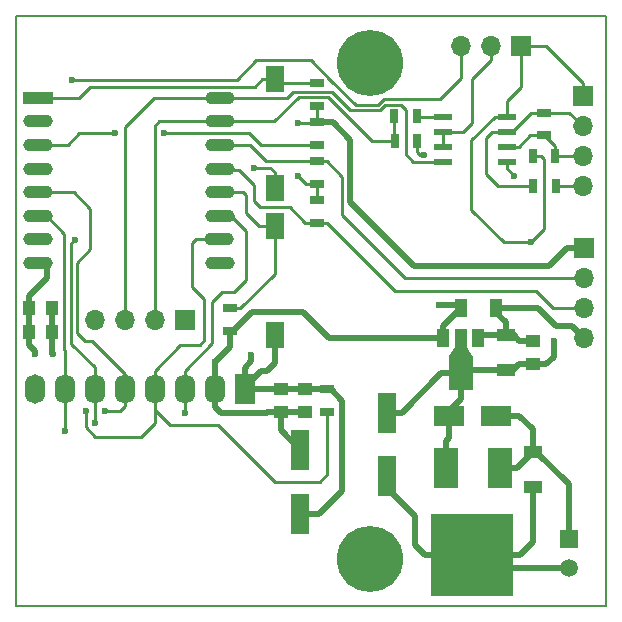
<source format=gtl>
G04 #@! TF.FileFunction,Copper,L1,Top,Mixed*
%FSLAX46Y46*%
G04 Gerber Fmt 4.6, Leading zero omitted, Abs format (unit mm)*
G04 Created by KiCad (PCBNEW 4.0.2-stable) date 5/30/2017 4:55:57 PM*
%MOMM*%
G01*
G04 APERTURE LIST*
%ADD10C,0.100000*%
%ADD11C,0.150000*%
%ADD12R,1.727200X2.500000*%
%ADD13O,1.727200X2.500000*%
%ADD14R,0.700000X1.300000*%
%ADD15R,1.600000X2.180000*%
%ADD16R,1.000000X1.250000*%
%ADD17R,1.250000X1.000000*%
%ADD18R,1.600000X1.000000*%
%ADD19R,1.000000X1.600000*%
%ADD20R,1.500000X1.500000*%
%ADD21C,1.500000*%
%ADD22R,1.300000X0.700000*%
%ADD23R,2.500000X1.100000*%
%ADD24O,2.500000X1.100000*%
%ADD25R,2.000000X3.500000*%
%ADD26R,7.000000X7.000000*%
%ADD27R,1.000000X1.500000*%
%ADD28R,2.000000X3.000000*%
%ADD29R,2.500000X1.800000*%
%ADD30R,1.700000X1.700000*%
%ADD31O,1.700000X1.700000*%
%ADD32R,1.550000X0.600000*%
%ADD33C,5.600000*%
%ADD34R,1.600000X3.500000*%
%ADD35C,0.600000*%
%ADD36C,0.500000*%
%ADD37C,0.250000*%
G04 APERTURE END LIST*
D10*
D11*
X100000000Y-100000000D02*
X100000000Y-150000000D01*
X150000000Y-100000000D02*
X100000000Y-100000000D01*
X150000000Y-150000000D02*
X150000000Y-100000000D01*
X100000000Y-150000000D02*
X150000000Y-150000000D01*
D12*
X119380000Y-131572000D03*
D13*
X116840000Y-131572000D03*
X114300000Y-131572000D03*
X111760000Y-131572000D03*
X109220000Y-131572000D03*
X106680000Y-131572000D03*
X104140000Y-131572000D03*
X101600000Y-131572000D03*
D14*
X143830000Y-114452400D03*
X145730000Y-114452400D03*
D15*
X121920000Y-105392000D03*
X121920000Y-114572000D03*
D16*
X101108000Y-126746000D03*
X103108000Y-126746000D03*
X101108000Y-124714000D03*
X103108000Y-124714000D03*
D17*
X122428000Y-133588000D03*
X122428000Y-131588000D03*
X124460000Y-133588000D03*
X124460000Y-131588000D03*
D18*
X143764000Y-136930000D03*
X143764000Y-139930000D03*
D17*
X143764000Y-129524000D03*
X143764000Y-127524000D03*
D18*
X141478000Y-130024000D03*
X141478000Y-127024000D03*
D19*
X137692000Y-124714000D03*
X140692000Y-124714000D03*
D20*
X146812000Y-144272000D03*
D21*
X146812000Y-146772000D03*
D22*
X125476000Y-107630000D03*
X125476000Y-105730000D03*
X118110000Y-126680000D03*
X118110000Y-124780000D03*
X125476000Y-109032000D03*
X125476000Y-110932000D03*
X126365000Y-133538000D03*
X126365000Y-131638000D03*
X125476000Y-115636000D03*
X125476000Y-117536000D03*
X125476000Y-114234000D03*
X125476000Y-112334000D03*
D15*
X121920000Y-117838000D03*
X121920000Y-127018000D03*
D23*
X101916000Y-106934000D03*
D24*
X101916000Y-108934000D03*
X101916000Y-110934000D03*
X101916000Y-112934000D03*
X101916000Y-114934000D03*
X101916000Y-116934000D03*
X101916000Y-118934000D03*
X101916000Y-120934000D03*
X117316000Y-120934000D03*
X117216000Y-118934000D03*
X117316000Y-116934000D03*
X117316000Y-114934000D03*
X117316000Y-112934000D03*
X117316000Y-110934000D03*
X117316000Y-108934000D03*
X117316000Y-106934000D03*
D25*
X140974000Y-138286000D03*
X136394000Y-138286000D03*
D26*
X138674000Y-145686000D03*
D27*
X139168000Y-127298000D03*
X137668000Y-127298000D03*
X136168000Y-127298000D03*
D28*
X137668000Y-130258000D03*
D10*
G36*
X136668000Y-128783000D02*
X137168000Y-128033000D01*
X138168000Y-128033000D01*
X138668000Y-128783000D01*
X136668000Y-128783000D01*
X136668000Y-128783000D01*
G37*
D29*
X140684000Y-133858000D03*
X136684000Y-133858000D03*
D30*
X114300000Y-125730000D03*
D31*
X111760000Y-125730000D03*
X109220000Y-125730000D03*
X106680000Y-125730000D03*
D30*
X148082000Y-119634000D03*
D31*
X148082000Y-122174000D03*
X148082000Y-124714000D03*
X148082000Y-127254000D03*
D30*
X142798800Y-102565200D03*
D31*
X140258800Y-102565200D03*
X137718800Y-102565200D03*
D30*
X148031200Y-106832400D03*
D31*
X148031200Y-109372400D03*
X148031200Y-111912400D03*
X148031200Y-114452400D03*
D14*
X133944400Y-108508800D03*
X132044400Y-108508800D03*
X132095200Y-110642400D03*
X133995200Y-110642400D03*
X143779200Y-111912400D03*
X145679200Y-111912400D03*
D22*
X144729200Y-110119200D03*
X144729200Y-108219200D03*
D32*
X136187200Y-108534200D03*
X136187200Y-109804200D03*
X136187200Y-111074200D03*
X136187200Y-112344200D03*
X141587200Y-112344200D03*
X141587200Y-111074200D03*
X141587200Y-109804200D03*
X141587200Y-108534200D03*
D33*
X130000000Y-146000000D03*
X130000000Y-104000000D03*
D34*
X124079000Y-136746000D03*
X124079000Y-142146000D03*
X131400000Y-133600000D03*
X131400000Y-139000000D03*
D35*
X116890800Y-129336800D03*
X101600000Y-128676400D03*
X123901200Y-109067600D03*
X123901200Y-113559200D03*
X135839200Y-124460000D03*
X135839200Y-121158000D03*
X119938800Y-128727200D03*
X142231000Y-113538000D03*
X134569200Y-111760000D03*
X120142000Y-112877600D03*
X103124000Y-128651000D03*
X143611600Y-119176800D03*
X145542000Y-127508000D03*
X105918000Y-133451600D03*
X107543600Y-133451600D03*
X104140000Y-135128000D03*
X106680000Y-134467600D03*
X104999979Y-118945795D03*
X114300000Y-133654800D03*
X108381800Y-109956600D03*
X112522000Y-109956600D03*
X104749600Y-105410000D03*
D36*
X101600000Y-128363000D02*
X101600000Y-128676400D01*
X101108000Y-126746000D02*
X101108000Y-127871000D01*
X101108000Y-127871000D02*
X101600000Y-128363000D01*
X122428000Y-133588000D02*
X122428000Y-135095000D01*
X122428000Y-135095000D02*
X124079000Y-136746000D01*
X122428000Y-133588000D02*
X121303000Y-133588000D01*
X121303000Y-133588000D02*
X121287000Y-133604000D01*
X121287000Y-133604000D02*
X117348000Y-133604000D01*
X117348000Y-133604000D02*
X116840000Y-133096000D01*
X116840000Y-133096000D02*
X116840000Y-131572000D01*
X124460000Y-133588000D02*
X122428000Y-133588000D01*
X145186400Y-121158000D02*
X146710400Y-119634000D01*
X146710400Y-119634000D02*
X148082000Y-119634000D01*
X135839200Y-121158000D02*
X145186400Y-121158000D01*
X128320800Y-110490000D02*
X126862800Y-109032000D01*
X126862800Y-109032000D02*
X125476000Y-109032000D01*
X128320800Y-115773200D02*
X128320800Y-110490000D01*
X133705600Y-121158000D02*
X128320800Y-115773200D01*
X135839200Y-121158000D02*
X133705600Y-121158000D01*
D37*
X123901200Y-109067600D02*
X125440400Y-109067600D01*
X125440400Y-109067600D02*
X125476000Y-109032000D01*
X125476000Y-114234000D02*
X124576000Y-114234000D01*
X124576000Y-114234000D02*
X123901200Y-113559200D01*
D36*
X125476000Y-109032000D02*
X125776000Y-109032000D01*
X135839200Y-124460000D02*
X137438000Y-124460000D01*
X137438000Y-124460000D02*
X137692000Y-124714000D01*
X101092000Y-123723400D02*
X102616000Y-122199400D01*
X102616000Y-122199400D02*
X102616000Y-120934000D01*
X101092000Y-124573000D02*
X101092000Y-123723400D01*
X101108000Y-124714000D02*
X101108000Y-124589000D01*
X101108000Y-124589000D02*
X101092000Y-124573000D01*
X101108000Y-124714000D02*
X101108000Y-126746000D01*
X116840000Y-131572000D02*
X116840000Y-129336800D01*
X116840000Y-129336800D02*
X118110000Y-128066800D01*
X118110000Y-128066800D02*
X118110000Y-126680000D01*
X124358400Y-125120400D02*
X119969600Y-125120400D01*
X119969600Y-125120400D02*
X118410000Y-126680000D01*
X118410000Y-126680000D02*
X118110000Y-126680000D01*
X126536000Y-127298000D02*
X124358400Y-125120400D01*
X136168000Y-127298000D02*
X126536000Y-127298000D01*
D37*
X125476000Y-109032000D02*
X125476000Y-107630000D01*
X125476000Y-115636000D02*
X125476000Y-114234000D01*
D36*
X136168000Y-127298000D02*
X136168000Y-126238000D01*
X136168000Y-126238000D02*
X137692000Y-124714000D01*
X119938800Y-129263200D02*
X119938800Y-128727200D01*
X119380000Y-131572000D02*
X119380000Y-129822000D01*
X119380000Y-129822000D02*
X119938800Y-129263200D01*
X133800000Y-142350000D02*
X133800000Y-144812000D01*
X133800000Y-144812000D02*
X134674000Y-145686000D01*
X134674000Y-145686000D02*
X138674000Y-145686000D01*
X131400000Y-139000000D02*
X131400000Y-139950000D01*
X131400000Y-139950000D02*
X133800000Y-142350000D01*
X127635000Y-140208000D02*
X125697000Y-142146000D01*
X125697000Y-142146000D02*
X124079000Y-142146000D01*
X127635000Y-132608000D02*
X127635000Y-140208000D01*
X126365000Y-131638000D02*
X126665000Y-131638000D01*
X126665000Y-131638000D02*
X127635000Y-132608000D01*
X121285000Y-130048000D02*
X121920000Y-129413000D01*
X121920000Y-129413000D02*
X121920000Y-127018000D01*
X120751600Y-130048000D02*
X121285000Y-130048000D01*
X119380000Y-131572000D02*
X119380000Y-131419600D01*
X119380000Y-131419600D02*
X120751600Y-130048000D01*
X122428000Y-131588000D02*
X119396000Y-131588000D01*
X119396000Y-131588000D02*
X119380000Y-131572000D01*
X124460000Y-131588000D02*
X122428000Y-131588000D01*
X126365000Y-131638000D02*
X124510000Y-131638000D01*
X124510000Y-131638000D02*
X124460000Y-131588000D01*
X145745200Y-126238000D02*
X144221200Y-124714000D01*
X144221200Y-124714000D02*
X140692000Y-124714000D01*
X147066000Y-126238000D02*
X145745200Y-126238000D01*
X148082000Y-127254000D02*
X147066000Y-126238000D01*
X140692000Y-125147200D02*
X141478000Y-125933200D01*
X141478000Y-125933200D02*
X141478000Y-127024000D01*
X140692000Y-124714000D02*
X140692000Y-125147200D01*
D37*
X141587200Y-112344200D02*
X141587200Y-112894200D01*
X141587200Y-112894200D02*
X142231000Y-113538000D01*
X134212800Y-111760000D02*
X134569200Y-111760000D01*
X133995200Y-110642400D02*
X133995200Y-111542400D01*
X133995200Y-111542400D02*
X134212800Y-111760000D01*
X145730000Y-114452400D02*
X148031200Y-114452400D01*
X121565600Y-112877600D02*
X120142000Y-112877600D01*
X121920000Y-114572000D02*
X121920000Y-113232000D01*
X121920000Y-113232000D02*
X121565600Y-112877600D01*
D36*
X103108000Y-126746000D02*
X103108000Y-128635000D01*
X103108000Y-128635000D02*
X103124000Y-128651000D01*
X146812000Y-146772000D02*
X139760000Y-146772000D01*
X139760000Y-146772000D02*
X138674000Y-145686000D01*
X119364000Y-131588000D02*
X119380000Y-131572000D01*
X103108000Y-126746000D02*
X103108000Y-124714000D01*
X147812000Y-127524000D02*
X148082000Y-127254000D01*
X142264000Y-127024000D02*
X142264000Y-127149000D01*
X142264000Y-127149000D02*
X142639000Y-127524000D01*
X142639000Y-127524000D02*
X143764000Y-127524000D01*
X141478000Y-127024000D02*
X142264000Y-127024000D01*
X141478000Y-127024000D02*
X139442000Y-127024000D01*
X139442000Y-127024000D02*
X139168000Y-127298000D01*
X138674000Y-145686000D02*
X142674000Y-145686000D01*
X142674000Y-145686000D02*
X143764000Y-144596000D01*
X143764000Y-144596000D02*
X143764000Y-140930000D01*
X143764000Y-140930000D02*
X143764000Y-139930000D01*
X146812000Y-144272000D02*
X146812000Y-139678000D01*
X146812000Y-139678000D02*
X144064000Y-136930000D01*
X144064000Y-136930000D02*
X143764000Y-136930000D01*
X140974000Y-138286000D02*
X142408000Y-138286000D01*
X142408000Y-138286000D02*
X143764000Y-136930000D01*
X142621000Y-133858000D02*
X143764000Y-135001000D01*
X143764000Y-135001000D02*
X143764000Y-136930000D01*
X140684000Y-133858000D02*
X142621000Y-133858000D01*
X131400000Y-133600000D02*
X132700000Y-133600000D01*
X136042000Y-130258000D02*
X137668000Y-130258000D01*
X132700000Y-133600000D02*
X136042000Y-130258000D01*
D37*
X141325600Y-119176800D02*
X143611600Y-119176800D01*
X138582400Y-116433600D02*
X141325600Y-119176800D01*
X138582400Y-110514000D02*
X138582400Y-116433600D01*
X141587200Y-108534200D02*
X140562200Y-108534200D01*
X140562200Y-108534200D02*
X138582400Y-110514000D01*
X143611600Y-119176800D02*
X144729200Y-118059200D01*
X144729200Y-118059200D02*
X144729200Y-112166400D01*
X144729200Y-112166400D02*
X144475200Y-111912400D01*
X144475200Y-111912400D02*
X143779200Y-111912400D01*
D36*
X145542000Y-128871000D02*
X145542000Y-127508000D01*
X143764000Y-129524000D02*
X144889000Y-129524000D01*
X144889000Y-129524000D02*
X145542000Y-128871000D01*
D37*
X148031200Y-106832400D02*
X148031200Y-105732400D01*
X148031200Y-105732400D02*
X144864000Y-102565200D01*
X144864000Y-102565200D02*
X143898800Y-102565200D01*
X143898800Y-102565200D02*
X142798800Y-102565200D01*
X141587200Y-107231200D02*
X142798800Y-106019600D01*
X142798800Y-106019600D02*
X142798800Y-102565200D01*
X141587200Y-108534200D02*
X141587200Y-107231200D01*
D36*
X137668000Y-127298000D02*
X137668000Y-128408000D01*
X137668000Y-130258000D02*
X137668000Y-127298000D01*
X141478000Y-130024000D02*
X137902000Y-130024000D01*
X137902000Y-130024000D02*
X137668000Y-130258000D01*
X136684000Y-133858000D02*
X136684000Y-133445000D01*
X136684000Y-133445000D02*
X137668000Y-132461000D01*
X136394000Y-138286000D02*
X136394000Y-136036000D01*
X136394000Y-136036000D02*
X136684000Y-135746000D01*
X136684000Y-135746000D02*
X136684000Y-133858000D01*
X142137000Y-130024000D02*
X142637000Y-129524000D01*
X142637000Y-129524000D02*
X143764000Y-129524000D01*
X141478000Y-130024000D02*
X142137000Y-130024000D01*
X137668000Y-132461000D02*
X137668000Y-130258000D01*
D37*
X105384600Y-106934000D02*
X102616000Y-106934000D01*
X106324400Y-105994200D02*
X105384600Y-106934000D01*
X120267800Y-105994200D02*
X106324400Y-105994200D01*
X121920000Y-105392000D02*
X120870000Y-105392000D01*
X120870000Y-105392000D02*
X120267800Y-105994200D01*
X125476000Y-105730000D02*
X122258000Y-105730000D01*
X122258000Y-105730000D02*
X121920000Y-105392000D01*
X118110000Y-124780000D02*
X117810000Y-124780000D01*
X118110000Y-124780000D02*
X119010000Y-124780000D01*
X119010000Y-124780000D02*
X121920000Y-121870000D01*
X121920000Y-121870000D02*
X121920000Y-119178000D01*
X121920000Y-119178000D02*
X121920000Y-117838000D01*
X119507000Y-116713000D02*
X120632000Y-117838000D01*
X120632000Y-117838000D02*
X121920000Y-117838000D01*
X119507000Y-115189000D02*
X119507000Y-116713000D01*
X119252000Y-114934000D02*
X119507000Y-115189000D01*
X116616000Y-114934000D02*
X119252000Y-114934000D01*
X105918000Y-134823200D02*
X105918000Y-133451600D01*
X106730800Y-135636000D02*
X105918000Y-134823200D01*
X110591600Y-135636000D02*
X106730800Y-135636000D01*
X111760000Y-134467600D02*
X110591600Y-135636000D01*
X111760000Y-131572000D02*
X111760000Y-134467600D01*
X126365000Y-133538000D02*
X126365000Y-138811000D01*
X126365000Y-138811000D02*
X125730000Y-139446000D01*
X125730000Y-139446000D02*
X121920000Y-139446000D01*
X121920000Y-139446000D02*
X117094000Y-134620000D01*
X117094000Y-134620000D02*
X113030000Y-134620000D01*
X113030000Y-134620000D02*
X111760000Y-133350000D01*
X111760000Y-133350000D02*
X111760000Y-131572000D01*
X115976400Y-123952000D02*
X115976400Y-127457200D01*
X115976400Y-127457200D02*
X115570000Y-127863600D01*
X114960400Y-122936000D02*
X115976400Y-123952000D01*
X114960400Y-119278400D02*
X114960400Y-122936000D01*
X115304800Y-118934000D02*
X114960400Y-119278400D01*
X116616000Y-118934000D02*
X115304800Y-118934000D01*
X111760000Y-131572000D02*
X111760000Y-130048000D01*
X111760000Y-130048000D02*
X113944400Y-127863600D01*
X113944400Y-127863600D02*
X115570000Y-127863600D01*
X144043400Y-123266200D02*
X145491200Y-124714000D01*
X145491200Y-124714000D02*
X148082000Y-124714000D01*
X132106200Y-123266200D02*
X144043400Y-123266200D01*
X125476000Y-117536000D02*
X126376000Y-117536000D01*
X126376000Y-117536000D02*
X132106200Y-123266200D01*
X123190000Y-116205000D02*
X124521000Y-117536000D01*
X124521000Y-117536000D02*
X125476000Y-117536000D01*
X120650000Y-116205000D02*
X123190000Y-116205000D01*
X120142000Y-115697000D02*
X120650000Y-116205000D01*
X120142000Y-114300000D02*
X120142000Y-115697000D01*
X118872000Y-113030000D02*
X120142000Y-114300000D01*
X117264598Y-113030000D02*
X118872000Y-113030000D01*
X116616000Y-112934000D02*
X117168598Y-112934000D01*
X117168598Y-112934000D02*
X117264598Y-113030000D01*
X127660400Y-116865400D02*
X132969000Y-122174000D01*
X132969000Y-122174000D02*
X148082000Y-122174000D01*
X127660400Y-113618400D02*
X127660400Y-116865400D01*
X125476000Y-112334000D02*
X126376000Y-112334000D01*
X126376000Y-112334000D02*
X127660400Y-113618400D01*
X119824000Y-110934000D02*
X121224000Y-112334000D01*
X121224000Y-112334000D02*
X125476000Y-112334000D01*
X116616000Y-110934000D02*
X119824000Y-110934000D01*
X108840400Y-133451600D02*
X107543600Y-133451600D01*
X109220000Y-131572000D02*
X109220000Y-133072000D01*
X109220000Y-133072000D02*
X108840400Y-133451600D01*
X106324400Y-116332000D02*
X104926400Y-114934000D01*
X104926400Y-114934000D02*
X104393000Y-114934000D01*
X106324400Y-119786400D02*
X106324400Y-116332000D01*
X105206800Y-120904000D02*
X106324400Y-119786400D01*
X105206800Y-126898400D02*
X105206800Y-120904000D01*
X105867200Y-127558800D02*
X105206800Y-126898400D01*
X106472800Y-127558800D02*
X105867200Y-127558800D01*
X109220000Y-131572000D02*
X109220000Y-130306000D01*
X109220000Y-130306000D02*
X106472800Y-127558800D01*
X104393000Y-114934000D02*
X102616000Y-114934000D01*
X109220000Y-131572000D02*
X109220000Y-131419600D01*
X104140000Y-131572000D02*
X104140000Y-135128000D01*
X104130989Y-118448989D02*
X102616000Y-116934000D01*
X104130989Y-128308547D02*
X104130989Y-118448989D01*
X104140000Y-128317558D02*
X104130989Y-128308547D01*
X104140000Y-131572000D02*
X104140000Y-128317558D01*
X106680000Y-133072000D02*
X106680000Y-134467600D01*
X106680000Y-131572000D02*
X106680000Y-133072000D01*
X104699980Y-127763180D02*
X106680000Y-129743200D01*
X106680000Y-129743200D02*
X106680000Y-131572000D01*
X104999979Y-118945795D02*
X104699980Y-119245794D01*
X104699980Y-119245794D02*
X104699980Y-127763180D01*
X114300000Y-131572000D02*
X114300000Y-133654800D01*
X116616000Y-116934000D02*
X118254800Y-116934000D01*
X118254800Y-116934000D02*
X119532400Y-118211600D01*
X119532400Y-118211600D02*
X119532400Y-122377200D01*
X119532400Y-122377200D02*
X118516400Y-123393200D01*
X118516400Y-123393200D02*
X117449600Y-123393200D01*
X117449600Y-123393200D02*
X116636800Y-124206000D01*
X116636800Y-124206000D02*
X116636800Y-127711200D01*
X116636800Y-127711200D02*
X114300000Y-130048000D01*
X114300000Y-130048000D02*
X114300000Y-131572000D01*
X126441200Y-106883200D02*
X130200400Y-110642400D01*
X130200400Y-110642400D02*
X132095200Y-110642400D01*
X123952000Y-106883200D02*
X126441200Y-106883200D01*
X123952000Y-106883200D02*
X121901200Y-108934000D01*
X121901200Y-108934000D02*
X116616000Y-108934000D01*
X132044400Y-108508800D02*
X132044400Y-110591600D01*
X132044400Y-110591600D02*
X132095200Y-110642400D01*
X112147600Y-108934000D02*
X111760000Y-109321600D01*
X111760000Y-109321600D02*
X111760000Y-125730000D01*
X116616000Y-108934000D02*
X112147600Y-108934000D01*
X135162200Y-112344200D02*
X136187200Y-112344200D01*
X133045200Y-107950000D02*
X133045200Y-111709200D01*
X131252094Y-107569000D02*
X132664200Y-107569000D01*
X133045200Y-111709200D02*
X133680200Y-112344200D01*
X132664200Y-107569000D02*
X133045200Y-107950000D01*
X130849684Y-107971411D02*
X131252094Y-107569000D01*
X126746000Y-106426000D02*
X128291411Y-107971411D01*
X123494800Y-106426000D02*
X126746000Y-106426000D01*
X122986800Y-106934000D02*
X123494800Y-106426000D01*
X133680200Y-112344200D02*
X135162200Y-112344200D01*
X128291411Y-107971411D02*
X130849684Y-107971411D01*
X116616000Y-106934000D02*
X122986800Y-106934000D01*
X109220000Y-109448600D02*
X109220000Y-125730000D01*
X111734600Y-106934000D02*
X109220000Y-109448600D01*
X116616000Y-106934000D02*
X111734600Y-106934000D01*
X108381800Y-109956600D02*
X105384600Y-109956600D01*
X112522000Y-109956600D02*
X119761000Y-109956600D01*
X119761000Y-109956600D02*
X120736400Y-110932000D01*
X120736400Y-110932000D02*
X125476000Y-110932000D01*
X105384600Y-109956600D02*
X104407200Y-110934000D01*
X104407200Y-110934000D02*
X102616000Y-110934000D01*
X136187200Y-109804200D02*
X136187200Y-111074200D01*
X138633200Y-109067600D02*
X137896600Y-109804200D01*
X137896600Y-109804200D02*
X136187200Y-109804200D01*
X138633200Y-105392881D02*
X138633200Y-109067600D01*
X140258800Y-102565200D02*
X140258800Y-103767281D01*
X140258800Y-103767281D02*
X138633200Y-105392881D01*
X104749600Y-105410000D02*
X118719600Y-105410000D01*
X118719600Y-105410000D02*
X120345200Y-103784400D01*
X120345200Y-103784400D02*
X125029722Y-103784400D01*
X125029722Y-103784400D02*
X126644400Y-105399078D01*
X135966200Y-107061000D02*
X137718800Y-105308400D01*
X126644400Y-105399078D02*
X126644400Y-105435400D01*
X126644400Y-105435400D02*
X128778000Y-107569000D01*
X128778000Y-107569000D02*
X130683000Y-107569000D01*
X130683000Y-107569000D02*
X131191000Y-107061000D01*
X131191000Y-107061000D02*
X135966200Y-107061000D01*
X137718800Y-105308400D02*
X137718800Y-102565200D01*
X143830000Y-114452400D02*
X140817600Y-114452400D01*
X140335000Y-109804200D02*
X141587200Y-109804200D01*
X140817600Y-114452400D02*
X139801600Y-113436400D01*
X139801600Y-113436400D02*
X139801600Y-110337600D01*
X139801600Y-110337600D02*
X140335000Y-109804200D01*
X148031200Y-109372400D02*
X146878000Y-108219200D01*
X146878000Y-108219200D02*
X144729200Y-108219200D01*
X141587200Y-109804200D02*
X142062200Y-109804200D01*
X142062200Y-109804200D02*
X143647200Y-108219200D01*
X143647200Y-108219200D02*
X144729200Y-108219200D01*
X145679200Y-111912400D02*
X145679200Y-111069200D01*
X145679200Y-111069200D02*
X144729200Y-110119200D01*
X145679200Y-111912400D02*
X148031200Y-111912400D01*
X141587200Y-111074200D02*
X142612200Y-111074200D01*
X142612200Y-111074200D02*
X143567200Y-110119200D01*
X143567200Y-110119200D02*
X143829200Y-110119200D01*
X143829200Y-110119200D02*
X144729200Y-110119200D01*
X136187200Y-108534200D02*
X133969800Y-108534200D01*
X133969800Y-108534200D02*
X133944400Y-108508800D01*
M02*

</source>
